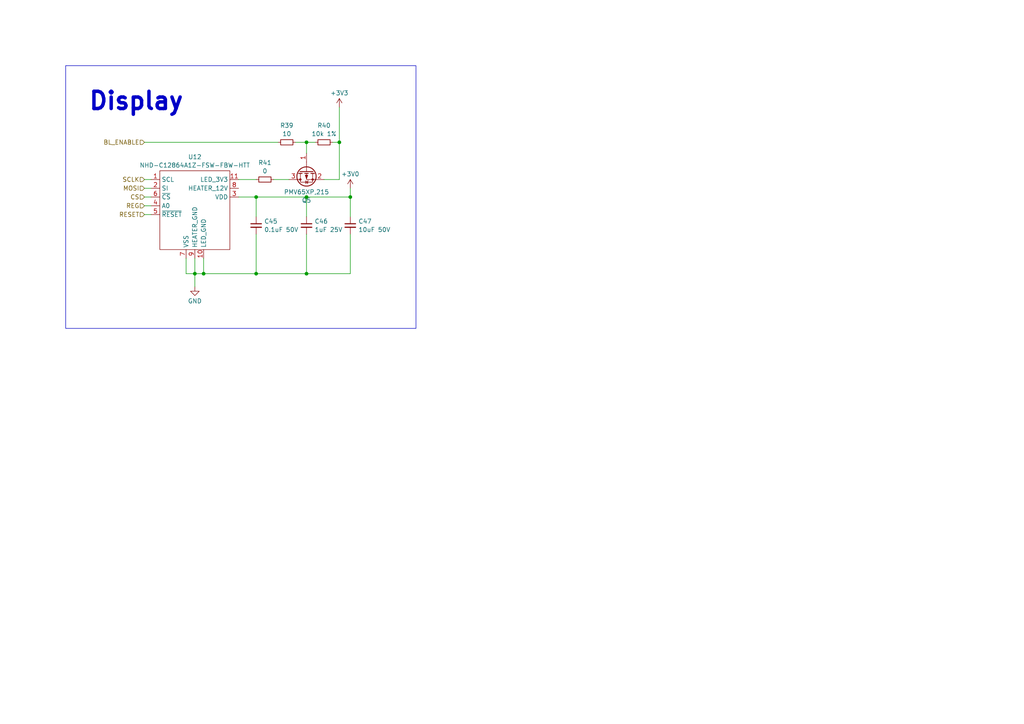
<source format=kicad_sch>
(kicad_sch (version 20230121) (generator eeschema)
  (paper "A4")
  (lib_symbols
    (symbol "Custom Parts:NHD-C12864A1Z-FSW-FBW-HTT"
      (property "Reference" "U" (at -8.89 13.97 0))
      (property "Value" "NHD-C12864A1Z-FSW-FBW-HTT" (at 10.16 13.97 0))
      (symbol "NHD-C12864A1Z-FSW-FBW-HTT_0_1"
        (rectangle (start -10.16 12.7) (end 10.16 -10.16))
      )
      (symbol "NHD-C12864A1Z-FSW-FBW-HTT_1_1"
        (pin input line (at -12.7 10.16 0) (length 2.54) (name "SCL") (number "1"))
        (pin input line (at 2.54 -12.7 90) (length 2.54) (name "LED_GND") (number "10"))
        (pin input line (at 12.7 10.16 180) (length 2.54) (name "LED_3V3") (number "11"))
        (pin input line (at 0 2.54 0) (length 2.54) hide (name "NC") (number "12"))
        (pin input line (at -12.7 7.62 0) (length 2.54) (name "SI") (number "2"))
        (pin input line (at 12.7 5.08 180) (length 2.54) (name "VDD") (number "3"))
        (pin input line (at -12.7 2.54 0) (length 2.54) (name "A0") (number "4"))
        (pin input line (at -12.7 0 0) (length 2.54) (name "~{RESET}") (number "5"))
        (pin input line (at -12.7 5.08 0) (length 2.54) (name "~{CS}") (number "6"))
        (pin input line (at -2.54 -12.7 90) (length 2.54) (name "VSS") (number "7"))
        (pin input line (at 12.7 7.62 180) (length 2.54) (name "HEATER_12V") (number "8"))
        (pin input line (at 0 -12.7 90) (length 2.54) (name "HEATER_GND") (number "9"))
      )
    )
    (symbol "Device:C_Small" (pin_numbers hide) (pin_names (offset 0.254) hide)
      (property "Reference" "C" (at 0.254 1.778 0))
      (property "Value" "C_Small" (at 0.254 -2.032 0))
      (symbol "C_Small_0_1"
        (polyline (pts (xy -1.524 -0.508) (xy 1.524 -0.508)) (stroke (width 0.3302)))
        (polyline (pts (xy -1.524 0.508) (xy 1.524 0.508)) (stroke (width 0.3048)))
      )
      (symbol "C_Small_1_1"
        (pin passive line (at 0 2.54 270) (length 2.032) (name "~") (number "1"))
        (pin passive line (at 0 -2.54 90) (length 2.032) (name "~") (number "2"))
      )
    )
    (symbol "Device:Q_PMOS_GSD" (pin_names (offset 0) hide)
      (property "Reference" "Q" (at 5.08 1.27 0))
      (property "Value" "Q_PMOS_GSD" (at 5.08 -1.27 0))
      (symbol "Q_PMOS_GSD_0_1"
        (polyline (pts (xy 0.254 0) (xy -2.54 0)))
        (polyline (pts (xy 0.254 1.905) (xy 0.254 -1.905)) (stroke (width 0.254)))
        (polyline (pts (xy 0.762 -1.27) (xy 0.762 -2.286)) (stroke (width 0.254)))
        (polyline (pts (xy 0.762 0.508) (xy 0.762 -0.508)) (stroke (width 0.254)))
        (polyline (pts (xy 0.762 2.286) (xy 0.762 1.27)) (stroke (width 0.254)))
        (polyline (pts (xy 2.54 2.54) (xy 2.54 1.778)))
        (polyline (pts (xy 2.54 -2.54) (xy 2.54 0) (xy 0.762 0)))
        (polyline (pts (xy 0.762 1.778) (xy 3.302 1.778) (xy 3.302 -1.778) (xy 0.762 -1.778)))
        (polyline (pts (xy 2.286 0) (xy 1.27 0.381) (xy 1.27 -0.381) (xy 2.286 0)) (fill (type outline)))
        (polyline (pts (xy 2.794 -0.508) (xy 2.921 -0.381) (xy 3.683 -0.381) (xy 3.81 -0.254)))
        (polyline (pts (xy 3.302 -0.381) (xy 2.921 0.254) (xy 3.683 0.254) (xy 3.302 -0.381)))
        (circle (center 1.651 0) (radius 2.794) (stroke (width 0.254)))
        (circle (center 2.54 -1.778) (radius 0.254) (fill (type outline)))
        (circle (center 2.54 1.778) (radius 0.254) (fill (type outline)))
      )
      (symbol "Q_PMOS_GSD_1_1"
        (pin input line (at -5.08 0 0) (length 2.54) (name "G") (number "1"))
        (pin passive line (at 2.54 -5.08 90) (length 2.54) (name "S") (number "2"))
        (pin passive line (at 2.54 5.08 270) (length 2.54) (name "D") (number "3"))
      )
    )
    (symbol "Device:R_Small" (pin_numbers hide) (pin_names (offset 0.254) hide)
      (property "Reference" "R" (at 0.762 0.508 0))
      (property "Value" "R_Small" (at 0.762 -1.016 0))
      (symbol "R_Small_0_1"
        (rectangle (start -0.762 1.778) (end 0.762 -1.778) (stroke (width 0.2032)))
      )
      (symbol "R_Small_1_1"
        (pin passive line (at 0 2.54 270) (length 0.762) (name "~") (number "1"))
        (pin passive line (at 0 -2.54 90) (length 0.762) (name "~") (number "2"))
      )
    )
    (symbol "power:+3V0" (power) (pin_names (offset 0))
      (property "Value" "+3V0" (at 0 3.556 0))
      (symbol "+3V0_0_1"
        (polyline (pts (xy -0.762 1.27) (xy 0 2.54)))
        (polyline (pts (xy 0 0) (xy 0 2.54)))
        (polyline (pts (xy 0 2.54) (xy 0.762 1.27)))
      )
      (symbol "+3V0_1_1"
        (pin power_in line (at 0 0 90) (length 0) hide (name "+3V0") (number "1"))
      )
    )
    (symbol "power:+3V3" (power) (pin_names (offset 0))
      (property "Value" "+3V3" (at 0 3.556 0))
      (symbol "+3V3_0_1"
        (polyline (pts (xy -0.762 1.27) (xy 0 2.54)))
        (polyline (pts (xy 0 0) (xy 0 2.54)))
        (polyline (pts (xy 0 2.54) (xy 0.762 1.27)))
      )
      (symbol "+3V3_1_1"
        (pin power_in line (at 0 0 90) (length 0) hide (name "+3V3") (number "1"))
      )
    )
    (symbol "power:GND" (power) (pin_names (offset 0))
      (property "Value" "GND" (at 0 -3.81 0))
      (symbol "GND_0_1"
        (polyline (pts (xy 0 0) (xy 0 -1.27) (xy 1.27 -1.27) (xy 0 -2.54) (xy -1.27 -1.27) (xy 0 -1.27)))
      )
      (symbol "GND_1_1"
        (pin power_in line (at 0 0 270) (length 0) hide (name "GND") (number "1"))
      )
    )
  )
  (junction (at 59.055 79.375))
  (junction (at 101.6 57.15))
  (junction (at 74.295 79.375))
  (junction (at 88.9 79.375))
  (junction (at 74.295 57.15))
  (junction (at 98.425 41.275))
  (junction (at 88.9 57.15))
  (junction (at 56.515 79.375))
  (junction (at 88.9 41.275))
  (wire (pts (xy 69.215 52.07) (xy 74.295 52.07)))
  (wire (pts (xy 101.6 67.945) (xy 101.6 79.375)))
  (wire (pts (xy 41.91 54.61) (xy 43.815 54.61)))
  (wire (pts (xy 74.295 79.375) (xy 59.055 79.375)))
  (wire (pts (xy 56.515 74.93) (xy 56.515 79.375)))
  (wire (pts (xy 101.6 79.375) (xy 88.9 79.375)))
  (wire (pts (xy 96.52 41.275) (xy 98.425 41.275)))
  (wire (pts (xy 53.975 79.375) (xy 56.515 79.375)))
  (wire (pts (xy 41.91 59.69) (xy 43.815 59.69)))
  (wire (pts (xy 41.91 57.15) (xy 43.815 57.15)))
  (wire (pts (xy 88.9 57.15) (xy 101.6 57.15)))
  (wire (pts (xy 88.9 57.15) (xy 88.9 62.865)))
  (wire (pts (xy 85.725 41.275) (xy 88.9 41.275)))
  (wire (pts (xy 41.91 52.07) (xy 43.815 52.07)))
  (wire (pts (xy 74.295 57.15) (xy 74.295 62.865)))
  (wire (pts (xy 69.215 57.15) (xy 74.295 57.15)))
  (wire (pts (xy 101.6 54.61) (xy 101.6 57.15)))
  (wire (pts (xy 101.6 57.15) (xy 101.6 62.865)))
  (wire (pts (xy 59.055 79.375) (xy 56.515 79.375)))
  (wire (pts (xy 53.975 74.93) (xy 53.975 79.375)))
  (wire (pts (xy 56.515 79.375) (xy 56.515 83.185)))
  (wire (pts (xy 88.9 79.375) (xy 74.295 79.375)))
  (wire (pts (xy 98.425 41.275) (xy 98.425 31.115)))
  (wire (pts (xy 98.425 52.07) (xy 98.425 41.275)))
  (wire (pts (xy 59.055 74.93) (xy 59.055 79.375)))
  (wire (pts (xy 79.375 52.07) (xy 83.82 52.07)))
  (wire (pts (xy 74.295 67.945) (xy 74.295 79.375)))
  (wire (pts (xy 93.98 52.07) (xy 98.425 52.07)))
  (wire (pts (xy 88.9 41.275) (xy 88.9 44.45)))
  (wire (pts (xy 74.295 57.15) (xy 88.9 57.15)))
  (wire (pts (xy 88.9 67.945) (xy 88.9 79.375)))
  (wire (pts (xy 88.9 41.275) (xy 91.44 41.275)))
  (wire (pts (xy 41.91 41.275) (xy 80.645 41.275)))
  (wire (pts (xy 41.91 62.23) (xy 43.815 62.23)))
  (rectangle (start 19.05 19.05) (end 120.65 95.25))
  (text "Display\n" (at 25.4 32.385 0) (effects (font (size 5 5) (thickness 1) bold) (justify left bottom)))
  (hierarchical_label "BL_ENABLE" (shape input) (at 41.91 41.275 180))
  (hierarchical_label "RESET" (shape input) (at 41.91 62.23 180))
  (hierarchical_label "REG" (shape input) (at 41.91 59.69 180))
  (hierarchical_label "CS" (shape input) (at 41.91 57.15 180))
  (hierarchical_label "SCLK" (shape input) (at 41.91 52.07 180))
  (hierarchical_label "MOSI" (shape input) (at 41.91 54.61 180))
  (symbol (lib_id "power:+3V0") (at 101.6 54.61 0) (unit 1)
    (property "Reference" "#PWR038" (effects hide))
    (property "Value" "+3V0" (at 101.6 50.4769 0))
    (instances (project "bilge-vacuum" (path "" (reference "#PWR038") (unit 1)) (path "" (reference "#PWR039") (unit 1))))
  )
  (symbol (lib_id "Device:C_Small") (at 74.295 65.405 0) (unit 1)
    (property "Reference" "C45" (at 76.6191 64.1992 0) (effects (justify left)))
    (property "Value" "0.1uF 50V" (at 76.6191 66.6234 0) (effects (justify left)))
    (property "Footprint" "Capacitor_SMD:C_0805_2012Metric" (effects hide))
  )
  (symbol (lib_id "Device:R_Small") (at 93.98 41.275 90) (unit 1)
    (property "Reference" "R40" (at 93.98 36.3941 90))
    (property "Value" "10k 1%" (at 93.98 38.8183 90))
    (property "Footprint" "Resistor_SMD:R_0805_2012Metric" (effects hide))
    (instances (project "bilge-vacuum" (path "" (reference "R40") (unit 1)) (path "" (reference "R41") (unit 1))))
  )
  (symbol (lib_id "Custom Parts:NHD-C12864A1Z-FSW-FBW-HTT") (at 56.515 62.23 0) (unit 1)
    (property "Reference" "U12" (at 56.515 45.5127 0))
    (property "Value" "NHD-C12864A1Z-FSW-FBW-HTT" (at 56.515 47.9369 0))
    (property "Footprint" "Custom Parts:NHD-C12864A1Z-FSW-FBW-HTT" (effects hide))
  )
  (symbol (lib_id "Device:R_Small") (at 83.185 41.275 90) (unit 1)
    (property "Reference" "R39" (at 83.185 36.3941 90))
    (property "Value" "10" (at 83.185 38.8183 90))
    (property "Footprint" "Resistor_SMD:R_0805_2012Metric" (effects hide))
    (instances (project "bilge-vacuum" (path "" (reference "R39") (unit 1)) (path "" (reference "R40") (unit 1))))
  )
  (symbol (lib_id "Device:C_Small") (at 88.9 65.405 0) (unit 1)
    (property "Reference" "C46" (at 91.2241 64.1992 0) (effects (justify left)))
    (property "Value" "1uF 25V" (at 91.2241 66.6234 0) (effects (justify left)))
    (property "Footprint" "Capacitor_SMD:C_0805_2012Metric" (effects hide))
  )
  (symbol (lib_id "Device:Q_PMOS_GSD") (at 88.9 49.53 90) (mirror x) (unit 1)
    (property "Reference" "Q5" (at 88.9 58.1193 90))
    (property "Value" "PMV65XP,215" (at 88.9 55.6951 90))
    (property "Footprint" "Package_TO_SOT_SMD:SOT-23-3" (effects hide))
  )
  (symbol (lib_id "power:+3V3") (at 98.425 31.115 0) (unit 1)
    (property "Reference" "#PWR039" (effects hide))
    (property "Value" "+3V3" (at 98.425 26.9819 0))
    (instances (project "bilge-vacuum" (path "" (reference "#PWR039") (unit 1)) (path "" (reference "#PWR038") (unit 1))))
  )
  (symbol (lib_id "power:GND") (at 56.515 83.185 0) (unit 1)
    (property "Reference" "#PWR037" (effects hide))
    (property "Value" "GND" (at 56.515 87.3181 0))
  )
  (symbol (lib_id "Device:C_Small") (at 101.6 65.405 0) (unit 1)
    (property "Reference" "C47" (at 103.9241 64.1992 0) (effects (justify left)))
    (property "Value" "10uF 50V" (at 103.9241 66.6234 0) (effects (justify left)))
    (property "Footprint" "Capacitor_SMD:C_1206_3216Metric" (effects hide))
  )
  (symbol (lib_id "Device:R_Small") (at 76.835 52.07 90) (unit 1)
    (property "Reference" "R41" (at 76.835 47.1891 90))
    (property "Value" "0" (at 76.835 49.6133 90))
    (property "Footprint" "Resistor_SMD:R_0805_2012Metric" (effects hide))
    (instances (project "bilge-vacuum" (path "" (reference "R41") (unit 1)) (path "" (reference "R39") (unit 1))))
  )
)
</source>
